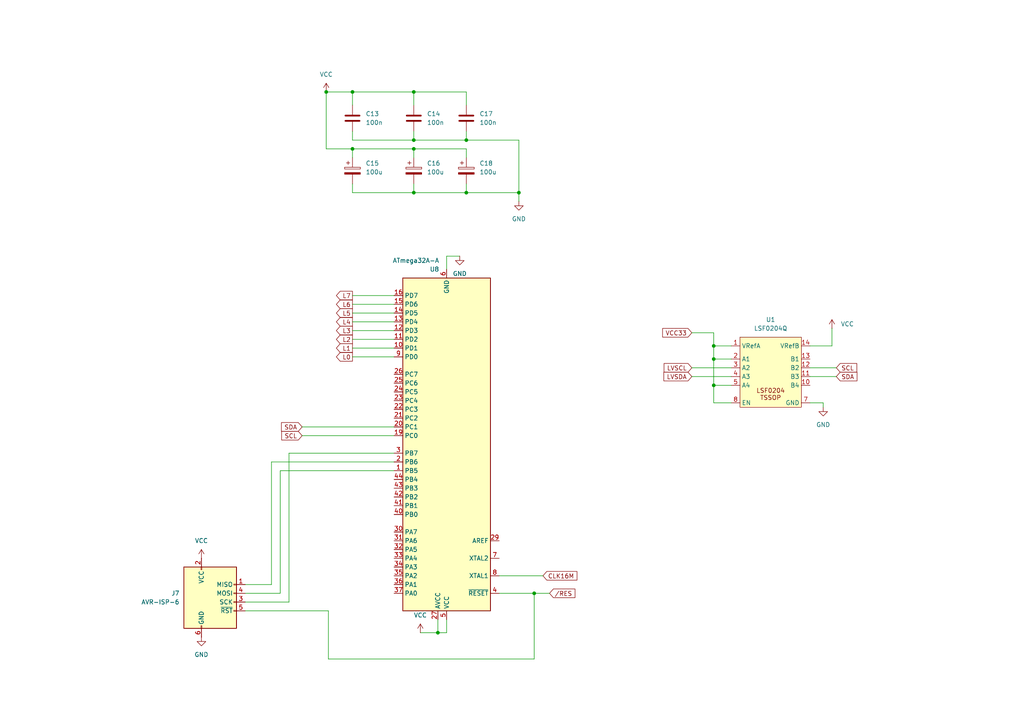
<source format=kicad_sch>
(kicad_sch (version 20250114) (generator "eeschema") (generator_version "9.0")
  (paper "A4")
  (lib_symbols
    (symbol "Connector:AVR-ISP-6" (pin_names (offset 1.016))
      (property "Reference" "J" (at -6.35 11.43 0))
      (property "Value" "AVR-ISP-6" (at 0 11.43 0))
      (symbol "AVR-ISP-6_0_1"
        (rectangle (start -2.667 10.16) (end -2.413 9.398))
        (rectangle (start -2.667 -6.858) (end -2.413 -7.62))
        (rectangle (start 7.62 10.16) (end -7.62 -7.62) (stroke (width 0.254)) (fill (type background)))
        (rectangle (start 7.62 5.207) (end 6.858 4.953))
        (rectangle (start 7.62 2.667) (end 6.858 2.413))
        (rectangle (start 7.62 0.127) (end 6.858 -0.127))
        (rectangle (start 7.62 -2.413) (end 6.858 -2.667))
      )
      (symbol "AVR-ISP-6_1_1"
        (pin passive line (at -2.54 12.7 270) (length 2.54) (name "VCC") (number "2"))
        (pin passive line (at -2.54 -10.16 90) (length 2.54) (name "GND") (number "6"))
        (pin passive line (at 10.16 5.08 180) (length 2.54) (name "MISO") (number "1"))
        (pin passive line (at 10.16 2.54 180) (length 2.54) (name "MOSI") (number "4"))
        (pin passive line (at 10.16 0 180) (length 2.54) (name "SCK") (number "3"))
        (pin passive line (at 10.16 -2.54 180) (length 2.54) (name "~{RST}") (number "5"))
      )
    )
    (symbol "Device:C" (pin_numbers (hide yes)) (pin_names (offset 0.254))
      (property "Reference" "C" (at 0.635 2.54 0))
      (property "Value" "C" (at 0.635 -2.54 0))
      (symbol "C_0_1"
        (polyline (pts (xy -2.032 0.762) (xy 2.032 0.762)) (stroke (width 0.508)))
        (polyline (pts (xy -2.032 -0.762) (xy 2.032 -0.762)) (stroke (width 0.508)))
      )
      (symbol "C_1_1"
        (pin passive line (at 0 3.81 270) (length 2.794) (name "~") (number "1"))
        (pin passive line (at 0 -3.81 90) (length 2.794) (name "~") (number "2"))
      )
    )
    (symbol "Device:C_Polarized" (pin_numbers (hide yes)) (pin_names (offset 0.254))
      (property "Reference" "C" (at 0.635 2.54 0))
      (property "Value" "C_Polarized" (at 0.635 -2.54 0))
      (symbol "C_Polarized_0_1"
        (rectangle (start -2.286 0.508) (end 2.286 1.016))
        (polyline (pts (xy -1.778 2.286) (xy -0.762 2.286)))
        (polyline (pts (xy -1.27 2.794) (xy -1.27 1.778)))
        (rectangle (start 2.286 -0.508) (end -2.286 -1.016) (fill (type outline)))
      )
      (symbol "C_Polarized_1_1"
        (pin passive line (at 0 3.81 270) (length 2.794) (name "~") (number "1"))
        (pin passive line (at 0 -3.81 90) (length 2.794) (name "~") (number "2"))
      )
    )
    (symbol "MCU_Microchip_ATmega:ATmega32A-A"
      (property "Reference" "U" (at -12.7 49.53 0))
      (property "Value" "ATmega32A-A" (at 2.54 -49.53 0))
      (symbol "ATmega32A-A_0_1"
        (rectangle (start -12.7 -48.26) (end 12.7 48.26) (stroke (width 0.254)) (fill (type background)))
      )
      (symbol "ATmega32A-A_1_1"
        (pin input line (at -15.24 43.18 0) (length 2.54) (name "~{RESET}") (number "4"))
        (pin input line (at -15.24 38.1 0) (length 2.54) (name "XTAL1") (number "8"))
        (pin output line (at -15.24 33.02 0) (length 2.54) (name "XTAL2") (number "7"))
        (pin passive line (at -15.24 27.94 0) (length 2.54) (name "AREF") (number "29"))
        (pin passive line (at 0 50.8 270) (length 2.54) (hide yes) (name "VCC") (number "17"))
        (pin passive line (at 0 50.8 270) (length 2.54) (hide yes) (name "VCC") (number "38"))
        (pin power_in line (at 0 50.8 270) (length 2.54) (name "VCC") (number "5"))
        (pin passive line (at 0 -50.8 90) (length 2.54) (hide yes) (name "GND") (number "18"))
        (pin passive line (at 0 -50.8 90) (length 2.54) (hide yes) (name "GND") (number "28"))
        (pin passive line (at 0 -50.8 90) (length 2.54) (hide yes) (name "GND") (number "39"))
        (pin power_in line (at 0 -50.8 90) (length 2.54) (name "GND") (number "6"))
        (pin power_in line (at 2.54 50.8 270) (length 2.54) (name "AVCC") (number "27"))
        (pin bidirectional line (at 15.24 43.18 180) (length 2.54) (name "PA0") (number "37"))
        (pin bidirectional line (at 15.24 40.64 180) (length 2.54) (name "PA1") (number "36"))
        (pin bidirectional line (at 15.24 38.1 180) (length 2.54) (name "PA2") (number "35"))
        (pin bidirectional line (at 15.24 35.56 180) (length 2.54) (name "PA3") (number "34"))
        (pin bidirectional line (at 15.24 33.02 180) (length 2.54) (name "PA4") (number "33"))
        (pin bidirectional line (at 15.24 30.48 180) (length 2.54) (name "PA5") (number "32"))
        (pin bidirectional line (at 15.24 27.94 180) (length 2.54) (name "PA6") (number "31"))
        (pin bidirectional line (at 15.24 25.4 180) (length 2.54) (name "PA7") (number "30"))
        (pin bidirectional line (at 15.24 20.32 180) (length 2.54) (name "PB0") (number "40"))
        (pin bidirectional line (at 15.24 17.78 180) (length 2.54) (name "PB1") (number "41"))
        (pin bidirectional line (at 15.24 15.24 180) (length 2.54) (name "PB2") (number "42"))
        (pin bidirectional line (at 15.24 12.7 180) (length 2.54) (name "PB3") (number "43"))
        (pin bidirectional line (at 15.24 10.16 180) (length 2.54) (name "PB4") (number "44"))
        (pin bidirectional line (at 15.24 7.62 180) (length 2.54) (name "PB5") (number "1"))
        (pin bidirectional line (at 15.24 5.08 180) (length 2.54) (name "PB6") (number "2"))
        (pin bidirectional line (at 15.24 2.54 180) (length 2.54) (name "PB7") (number "3"))
        (pin bidirectional line (at 15.24 -2.54 180) (length 2.54) (name "PC0") (number "19"))
        (pin bidirectional line (at 15.24 -5.08 180) (length 2.54) (name "PC1") (number "20"))
        (pin bidirectional line (at 15.24 -7.62 180) (length 2.54) (name "PC2") (number "21"))
        (pin bidirectional line (at 15.24 -10.16 180) (length 2.54) (name "PC3") (number "22"))
        (pin bidirectional line (at 15.24 -12.7 180) (length 2.54) (name "PC4") (number "23"))
        (pin bidirectional line (at 15.24 -15.24 180) (length 2.54) (name "PC5") (number "24"))
        (pin bidirectional line (at 15.24 -17.78 180) (length 2.54) (name "PC6") (number "25"))
        (pin bidirectional line (at 15.24 -20.32 180) (length 2.54) (name "PC7") (number "26"))
        (pin bidirectional line (at 15.24 -25.4 180) (length 2.54) (name "PD0") (number "9"))
        (pin bidirectional line (at 15.24 -27.94 180) (length 2.54) (name "PD1") (number "10"))
        (pin bidirectional line (at 15.24 -30.48 180) (length 2.54) (name "PD2") (number "11"))
        (pin bidirectional line (at 15.24 -33.02 180) (length 2.54) (name "PD3") (number "12"))
        (pin bidirectional line (at 15.24 -35.56 180) (length 2.54) (name "PD4") (number "13"))
        (pin bidirectional line (at 15.24 -38.1 180) (length 2.54) (name "PD5") (number "14"))
        (pin bidirectional line (at 15.24 -40.64 180) (length 2.54) (name "PD6") (number "15"))
        (pin bidirectional line (at 15.24 -43.18 180) (length 2.54) (name "PD7") (number "16"))
      )
    )
    (symbol "csa_petio_v1-eagle-import:LSF0204Q"
      (property "Reference" "U" (at 0 0 0))
      (symbol "LSF0204Q_1_1"
        (rectangle (start -8.89 7.62) (end 8.89 -12.7) (fill (type background)))
        (text "LSF0204\nTSSOP" (at 0 -8.89 0) (effects (font (size 1.27 1.27))))
        (pin bidirectional line (at -11.43 5.08 0) (length 2.54) (name "VRefA") (number "1"))
        (pin bidirectional line (at -11.43 1.27 0) (length 2.54) (name "A1") (number "2"))
        (pin bidirectional line (at -11.43 -1.27 0) (length 2.54) (name "A2") (number "3"))
        (pin bidirectional line (at -11.43 -3.81 0) (length 2.54) (name "A3") (number "4"))
        (pin bidirectional line (at -11.43 -6.35 0) (length 2.54) (name "A4") (number "5"))
        (pin bidirectional line (at -11.43 -11.43 0) (length 2.54) (name "EN") (number "8"))
        (pin bidirectional line (at 11.43 5.08 180) (length 2.54) (name "VRefB") (number "14"))
        (pin bidirectional line (at 11.43 1.27 180) (length 2.54) (name "B1") (number "13"))
        (pin bidirectional line (at 11.43 -1.27 180) (length 2.54) (name "B2") (number "12"))
        (pin bidirectional line (at 11.43 -3.81 180) (length 2.54) (name "B3") (number "11"))
        (pin bidirectional line (at 11.43 -6.35 180) (length 2.54) (name "B4") (number "10"))
        (pin bidirectional line (at 11.43 -11.43 180) (length 2.54) (name "GND") (number "7"))
      )
    )
    (symbol "power:GND" (power) (pin_numbers (hide yes)) (pin_names (offset 0) (hide yes))
      (property "Value" "GND" (at 0 -3.81 0))
      (symbol "GND_0_1"
        (polyline (pts (xy 0 0) (xy 0 -1.27) (xy 1.27 -1.27) (xy 0 -2.54) (xy -1.27 -1.27) (xy 0 -1.27)))
      )
      (symbol "GND_1_1"
        (pin power_in line (at 0 0 270) (length 0) (name "~") (number "1"))
      )
    )
    (symbol "power:VCC" (power) (pin_numbers (hide yes)) (pin_names (offset 0) (hide yes))
      (property "Value" "VCC" (at 0 3.556 0))
      (symbol "VCC_0_1"
        (polyline (pts (xy -0.762 1.27) (xy 0 2.54)))
        (polyline (pts (xy 0 2.54) (xy 0.762 1.27)))
        (polyline (pts (xy 0 0) (xy 0 2.54)))
      )
      (symbol "VCC_1_1"
        (pin power_in line (at 0 0 90) (length 0) (name "~") (number "1"))
      )
    )
  )
  (junction (at 102.235 43.18))
  (junction (at 135.255 55.88))
  (junction (at 127 183.515))
  (junction (at 207.01 104.14))
  (junction (at 135.255 40.64))
  (junction (at 102.235 26.67))
  (junction (at 120.015 40.64))
  (junction (at 207.01 111.76))
  (junction (at 120.015 26.67))
  (junction (at 154.94 172.085))
  (junction (at 150.495 55.88))
  (junction (at 120.015 55.88))
  (junction (at 207.01 100.33))
  (junction (at 120.015 43.18))
  (junction (at 94.615 26.67))
  (wire (pts (xy 102.235 100.965) (xy 114.3 100.965)))
  (wire (pts (xy 95.25 191.135) (xy 95.25 177.165)))
  (wire (pts (xy 87.63 126.365) (xy 114.3 126.365)))
  (wire (pts (xy 207.01 104.14) (xy 212.09 104.14)))
  (wire (pts (xy 129.54 74.295) (xy 129.54 78.105)))
  (wire (pts (xy 114.3 131.445) (xy 83.82 131.445)))
  (wire (pts (xy 102.235 93.345) (xy 114.3 93.345)))
  (wire (pts (xy 135.255 45.72) (xy 135.255 43.18)))
  (wire (pts (xy 102.235 88.265) (xy 114.3 88.265)))
  (wire (pts (xy 102.235 26.67) (xy 102.235 30.48)))
  (wire (pts (xy 127 183.515) (xy 129.54 183.515)))
  (wire (pts (xy 207.01 111.76) (xy 212.09 111.76)))
  (wire (pts (xy 95.25 191.135) (xy 154.94 191.135)))
  (wire (pts (xy 102.235 40.64) (xy 120.015 40.64)))
  (wire (pts (xy 87.63 123.825) (xy 114.3 123.825)))
  (wire (pts (xy 71.12 169.545) (xy 78.74 169.545)))
  (wire (pts (xy 114.3 133.985) (xy 78.74 133.985)))
  (wire (pts (xy 234.95 106.68) (xy 242.57 106.68)))
  (wire (pts (xy 207.01 100.33) (xy 207.01 104.14)))
  (wire (pts (xy 200.66 106.68) (xy 212.09 106.68)))
  (wire (pts (xy 95.25 177.165) (xy 71.12 177.165)))
  (wire (pts (xy 71.12 172.085) (xy 81.28 172.085)))
  (wire (pts (xy 120.015 53.34) (xy 120.015 55.88)))
  (wire (pts (xy 78.74 169.545) (xy 78.74 133.985)))
  (wire (pts (xy 207.01 104.14) (xy 207.01 111.76)))
  (wire (pts (xy 120.015 40.64) (xy 135.255 40.64)))
  (wire (pts (xy 102.235 95.885) (xy 114.3 95.885)))
  (wire (pts (xy 120.015 43.18) (xy 102.235 43.18)))
  (wire (pts (xy 150.495 55.88) (xy 150.495 58.42)))
  (wire (pts (xy 144.78 167.005) (xy 157.48 167.005)))
  (wire (pts (xy 127 183.515) (xy 127 179.705)))
  (wire (pts (xy 120.015 55.88) (xy 135.255 55.88)))
  (wire (pts (xy 234.95 109.22) (xy 242.57 109.22)))
  (wire (pts (xy 207.01 116.84) (xy 207.01 111.76)))
  (wire (pts (xy 234.95 116.84) (xy 238.76 116.84)))
  (wire (pts (xy 135.255 55.88) (xy 150.495 55.88)))
  (wire (pts (xy 135.255 38.1) (xy 135.255 40.64)))
  (wire (pts (xy 102.235 85.725) (xy 114.3 85.725)))
  (wire (pts (xy 102.235 38.1) (xy 102.235 40.64)))
  (wire (pts (xy 94.615 26.67) (xy 102.235 26.67)))
  (wire (pts (xy 135.255 26.67) (xy 135.255 30.48)))
  (wire (pts (xy 133.35 74.295) (xy 129.54 74.295)))
  (wire (pts (xy 212.09 109.22) (xy 200.66 109.22)))
  (wire (pts (xy 135.255 40.64) (xy 150.495 40.64)))
  (wire (pts (xy 120.015 26.67) (xy 135.255 26.67)))
  (wire (pts (xy 102.235 98.425) (xy 114.3 98.425)))
  (wire (pts (xy 129.54 183.515) (xy 129.54 179.705)))
  (wire (pts (xy 102.235 55.88) (xy 120.015 55.88)))
  (wire (pts (xy 102.235 53.34) (xy 102.235 55.88)))
  (wire (pts (xy 71.12 174.625) (xy 83.82 174.625)))
  (wire (pts (xy 120.015 26.67) (xy 120.015 30.48)))
  (wire (pts (xy 81.28 172.085) (xy 81.28 136.525)))
  (wire (pts (xy 102.235 90.805) (xy 114.3 90.805)))
  (wire (pts (xy 94.615 43.18) (xy 94.615 26.67)))
  (wire (pts (xy 83.82 174.625) (xy 83.82 131.445)))
  (wire (pts (xy 234.95 100.33) (xy 241.3 100.33)))
  (wire (pts (xy 238.76 116.84) (xy 238.76 118.11)))
  (wire (pts (xy 207.01 96.52) (xy 207.01 100.33)))
  (wire (pts (xy 135.255 43.18) (xy 120.015 43.18)))
  (wire (pts (xy 102.235 43.18) (xy 94.615 43.18)))
  (wire (pts (xy 154.94 172.085) (xy 159.385 172.085)))
  (wire (pts (xy 102.235 43.18) (xy 102.235 45.72)))
  (wire (pts (xy 144.78 172.085) (xy 154.94 172.085)))
  (wire (pts (xy 121.92 183.515) (xy 127 183.515)))
  (wire (pts (xy 135.255 53.34) (xy 135.255 55.88)))
  (wire (pts (xy 102.235 26.67) (xy 120.015 26.67)))
  (wire (pts (xy 114.3 136.525) (xy 81.28 136.525)))
  (wire (pts (xy 102.235 103.505) (xy 114.3 103.505)))
  (wire (pts (xy 154.94 172.085) (xy 154.94 191.135)))
  (wire (pts (xy 120.015 43.18) (xy 120.015 45.72)))
  (wire (pts (xy 212.09 116.84) (xy 207.01 116.84)))
  (wire (pts (xy 120.015 38.1) (xy 120.015 40.64)))
  (wire (pts (xy 212.09 100.33) (xy 207.01 100.33)))
  (wire (pts (xy 241.3 95.25) (xy 241.3 100.33)))
  (wire (pts (xy 150.495 40.64) (xy 150.495 55.88)))
  (wire (pts (xy 200.66 96.52) (xy 207.01 96.52)))
  (global_label "SDA" (shape input) (at 242.57 109.22 0) (property "Intersheetrefs" "${INTERSHEET_REFS}" (effects (hide yes))))
  (global_label "L4" (shape output) (at 102.235 93.345 180) (property "Intersheetrefs" "${INTERSHEET_REFS}" (effects (hide yes))))
  (global_label "L0" (shape output) (at 102.235 103.505 180) (property "Intersheetrefs" "${INTERSHEET_REFS}" (effects (hide yes))))
  (global_label "CLK16M" (shape input) (at 157.48 167.005 0) (property "Intersheetrefs" "${INTERSHEET_REFS}" (effects (hide yes))))
  (global_label "L6" (shape output) (at 102.235 88.265 180) (property "Intersheetrefs" "${INTERSHEET_REFS}" (effects (hide yes))))
  (global_label "LVSDA" (shape input) (at 200.66 109.22 180) (property "Intersheetrefs" "${INTERSHEET_REFS}" (effects (hide yes))))
  (global_label "L7" (shape output) (at 102.235 85.725 180) (property "Intersheetrefs" "${INTERSHEET_REFS}" (effects (hide yes))))
  (global_label "L2" (shape output) (at 102.235 98.425 180) (property "Intersheetrefs" "${INTERSHEET_REFS}" (effects (hide yes))))
  (global_label "L5" (shape output) (at 102.235 90.805 180) (property "Intersheetrefs" "${INTERSHEET_REFS}" (effects (hide yes))))
  (global_label "SCL" (shape input) (at 242.57 106.68 0) (property "Intersheetrefs" "${INTERSHEET_REFS}" (effects (hide yes))))
  (global_label "SDA" (shape input) (at 87.63 123.825 180) (property "Intersheetrefs" "${INTERSHEET_REFS}" (effects (hide yes))))
  (global_label "VCC33" (shape input) (at 200.66 96.52 180) (property "Intersheetrefs" "${INTERSHEET_REFS}" (effects (hide yes))))
  (global_label "SCL" (shape input) (at 87.63 126.365 180) (property "Intersheetrefs" "${INTERSHEET_REFS}" (effects (hide yes))))
  (global_label "{slash}RES" (shape input) (at 159.385 172.085 0) (property "Intersheetrefs" "${INTERSHEET_REFS}" (effects (hide yes))))
  (global_label "LVSCL" (shape input) (at 200.66 106.68 180) (property "Intersheetrefs" "${INTERSHEET_REFS}" (effects (hide yes))))
  (global_label "L3" (shape output) (at 102.235 95.885 180) (property "Intersheetrefs" "${INTERSHEET_REFS}" (effects (hide yes))))
  (global_label "L1" (shape output) (at 102.235 100.965 180) (property "Intersheetrefs" "${INTERSHEET_REFS}" (effects (hide yes))))
  (symbol (lib_id "power:GND") (at 150.495 58.42 0) (unit 1)
    (property "Reference" "#PWR025" (effects (hide yes)))
    (property "Value" "GND" (at 150.495 63.5 0))
    (property "Description" "Power symbol creates a global label with name \"GND\" , ground" (effects (hide yes)))
  )
  (symbol (lib_id "power:GND") (at 238.76 118.11 0) (unit 1)
    (property "Reference" "#PWR041" (effects (hide yes)))
    (property "Value" "GND" (at 238.76 123.19 0))
    (property "Description" "Power symbol creates a global label with name \"GND\" , ground" (effects (hide yes)))
  )
  (symbol (lib_id "Connector:AVR-ISP-6") (at 60.96 174.625 0) (unit 1)
    (property "Reference" "J7" (at 52.07 172.0849 0) (effects (justify right)))
    (property "Value" "AVR-ISP-6" (at 52.07 174.6249 0) (effects (justify right)))
    (property "Footprint" "Connector_IDC:IDC-Header_2x03_P2.54mm_Vertical" (effects (hide yes)))
    (property "Description" "Atmel 6-pin ISP connector" (effects (hide yes)))
    (property "LCSC" "C5372863" (effects (hide yes)))
  )
  (symbol (lib_id "Device:C") (at 120.015 34.29 0) (unit 1)
    (property "Reference" "C14" (at 123.825 33.0199 0) (effects (justify left)))
    (property "Value" "100n" (at 123.825 35.5599 0) (effects (justify left)))
    (property "Footprint" "Capacitor_SMD:C_0805_2012Metric_Pad1.18x1.45mm_HandSolder" (effects (hide yes)))
    (property "Description" "Unpolarized capacitor" (effects (hide yes)))
    (property "LCSC" "C14663" (effects (hide yes)))
  )
  (symbol (lib_id "csa_petio_v1-eagle-import:LSF0204Q") (at 223.52 105.41 0) (unit 1)
    (property "Reference" "U1" (at 223.52 92.71 0))
    (property "Value" "LSF0204Q" (at 223.52 95.25 0))
    (property "Footprint" "Package_SO:TSSOP-14_4.4x5mm_P0.65mm" (effects (hide yes)))
    (property "LCSC" "C2677502" (effects (hide yes)))
  )
  (symbol (lib_id "power:VCC") (at 241.3 95.25 0) (unit 1)
    (property "Reference" "#PWR040" (effects (hide yes)))
    (property "Value" "VCC" (at 243.84 93.9799 0) (effects (justify left)))
    (property "Description" "Power symbol creates a global label with name \"VCC\"" (effects (hide yes)))
  )
  (symbol (lib_id "power:VCC") (at 94.615 26.67 0) (unit 1)
    (property "Reference" "#PWR026" (effects (hide yes)))
    (property "Value" "VCC" (at 94.615 21.59 0))
    (property "Description" "Power symbol creates a global label with name \"VCC\"" (effects (hide yes)))
  )
  (symbol (lib_id "Device:C_Polarized") (at 120.015 49.53 0) (unit 1)
    (property "Reference" "C16" (at 123.825 47.3709 0) (effects (justify left)))
    (property "Value" "100u" (at 123.825 49.9109 0) (effects (justify left)))
    (property "Footprint" "Capacitor_SMD:C_1206_3216Metric_Pad1.33x1.80mm_HandSolder" (effects (hide yes)))
    (property "Description" "Polarized capacitor" (effects (hide yes)))
    (property "LCSC" "C15008" (effects (hide yes)))
  )
  (symbol (lib_id "Device:C_Polarized") (at 102.235 49.53 0) (unit 1)
    (property "Reference" "C15" (at 106.045 47.3709 0) (effects (justify left)))
    (property "Value" "100u" (at 106.045 49.9109 0) (effects (justify left)))
    (property "Footprint" "Capacitor_SMD:C_1206_3216Metric_Pad1.33x1.80mm_HandSolder" (effects (hide yes)))
    (property "Description" "Polarized capacitor" (effects (hide yes)))
    (property "LCSC" "C15008" (effects (hide yes)))
  )
  (symbol (lib_id "Device:C") (at 102.235 34.29 0) (unit 1)
    (property "Reference" "C13" (at 106.045 33.0199 0) (effects (justify left)))
    (property "Value" "100n" (at 106.045 35.5599 0) (effects (justify left)))
    (property "Footprint" "Capacitor_SMD:C_0805_2012Metric_Pad1.18x1.45mm_HandSolder" (effects (hide yes)))
    (property "Description" "Unpolarized capacitor" (effects (hide yes)))
    (property "LCSC" "C14663" (effects (hide yes)))
  )
  (symbol (lib_id "Device:C_Polarized") (at 135.255 49.53 0) (unit 1)
    (property "Reference" "C18" (at 139.065 47.3709 0) (effects (justify left)))
    (property "Value" "100u" (at 139.065 49.9109 0) (effects (justify left)))
    (property "Footprint" "Capacitor_SMD:C_1206_3216Metric_Pad1.33x1.80mm_HandSolder" (effects (hide yes)))
    (property "Description" "Polarized capacitor" (effects (hide yes)))
    (property "LCSC" "C15008" (effects (hide yes)))
  )
  (symbol (lib_id "power:VCC") (at 121.92 183.515 0) (unit 1)
    (property "Reference" "#PWR013" (effects (hide yes)))
    (property "Value" "VCC" (at 121.92 178.435 0))
    (property "Description" "Power symbol creates a global label with name \"VCC\"" (effects (hide yes)))
  )
  (symbol (lib_id "MCU_Microchip_ATmega:ATmega32A-A") (at 129.54 128.905 180) (unit 1)
    (property "Reference" "U8" (at 127.3967 78.105 0) (effects (justify left)))
    (property "Value" "ATmega32A-A" (at 127.3967 75.565 0) (effects (justify left)))
    (property "Footprint" "Package_QFP:TQFP-44_10x10mm_P0.8mm" (effects (hide yes)))
    (property "Datasheet" "http://ww1.microchip.com/downloads/en/DeviceDoc/atmel-8155-8-bit-microcontroller-avr-atmega32a_datasheet.pdf" (effects (hide yes)))
    (property "Description" "16MHz, 32kB Flash, 2kB SRAM, 1kB EEPROM, JTAG, TQFP-44" (effects (hide yes)))
    (property "LCSC" "C5659" (effects (hide yes)))
  )
  (symbol (lib_id "power:GND") (at 133.35 74.295 0) (unit 1)
    (property "Reference" "#PWR014" (effects (hide yes)))
    (property "Value" "GND" (at 133.35 79.375 0))
    (property "Description" "Power symbol creates a global label with name \"GND\" , ground" (effects (hide yes)))
  )
  (symbol (lib_id "power:GND") (at 58.42 184.785 0) (unit 1)
    (property "Reference" "#PWR016" (effects (hide yes)))
    (property "Value" "GND" (at 58.42 189.865 0))
    (property "Description" "Power symbol creates a global label with name \"GND\" , ground" (effects (hide yes)))
  )
  (symbol (lib_id "Device:C") (at 135.255 34.29 0) (unit 1)
    (property "Reference" "C17" (at 139.065 33.0199 0) (effects (justify left)))
    (property "Value" "100n" (at 139.065 35.5599 0) (effects (justify left)))
    (property "Footprint" "Capacitor_SMD:C_0805_2012Metric_Pad1.18x1.45mm_HandSolder" (effects (hide yes)))
    (property "Description" "Unpolarized capacitor" (effects (hide yes)))
    (property "LCSC" "C14663" (effects (hide yes)))
  )
  (symbol (lib_id "power:VCC") (at 58.42 161.925 0) (unit 1)
    (property "Reference" "#PWR015" (effects (hide yes)))
    (property "Value" "VCC" (at 58.42 156.845 0))
    (property "Description" "Power symbol creates a global label with name \"VCC\"" (effects (hide yes)))
  )
)
</source>
